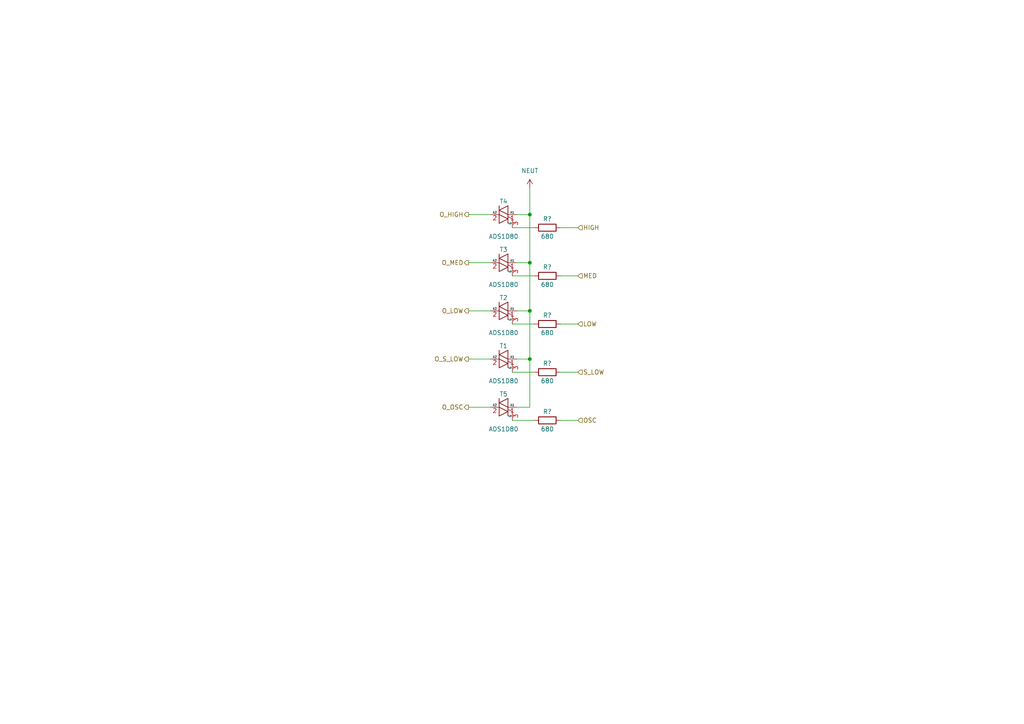
<source format=kicad_sch>
(kicad_sch (version 20211123) (generator eeschema)
  (paper "A4")
  (lib_symbols
    (symbol "Device:Q_TRIAC_A1A2G" (pin_names (offset 0))
      (property "Reference" "D" (at 3.175 0.635 0))
      (property "Value" "Q_TRIAC_A1A2G" (at 3.175 -1.27 0))
      (symbol "Q_TRIAC_A1A2G_0_1"
        (polyline (pts (xy -2.54 -1.27) (xy 2.54 -1.27)) (stroke (width 0.2032)))
        (polyline (pts (xy -2.54 1.27) (xy 2.54 1.27)) (stroke (width 0.2032)))
        (polyline (pts (xy -1.27 -2.54) (xy -0.635 -1.27)))
        (polyline (pts (xy -2.54 1.27) (xy -1.27 -1.27) (xy 0 1.27)) (stroke (width 0.2032)))
        (polyline (pts (xy 0 -1.27) (xy 1.27 1.27) (xy 2.54 -1.27)) (stroke (width 0.2032)))
      )
      (symbol "Q_TRIAC_A1A2G_1_1"
        (pin passive line (at 0 -3.81 90) (length 2.54) (name "A1") (number "1"))
        (pin passive line (at 0 3.81 270) (length 2.54) (name "A2") (number "2"))
        (pin input line (at -3.81 -2.54 0) (length 2.54) (name "G") (number "3"))
      )
    )
    (symbol "Device:R" (pin_numbers hide) (pin_names (offset 0))
      (property "Reference" "R" (at 2.032 0 90))
      (property "Value" "R" (at 0 0 90))
      (symbol "R_0_1"
        (rectangle (start -1.016 -2.54) (end 1.016 2.54) (stroke (width 0.254)))
      )
      (symbol "R_1_1"
        (pin passive line (at 0 3.81 270) (length 1.27) (name "~") (number "1"))
        (pin passive line (at 0 -3.81 90) (length 1.27) (name "~") (number "2"))
      )
    )
    (symbol "power:NEUT" (power) (pin_names (offset 0))
      (property "Value" "NEUT" (at 0 3.81 0))
      (symbol "NEUT_0_1"
        (polyline (pts (xy -0.762 1.27) (xy 0 2.54)))
        (polyline (pts (xy 0 0) (xy 0 2.54)))
        (polyline (pts (xy 0 2.54) (xy 0.762 1.27)))
      )
      (symbol "NEUT_1_1"
        (pin power_in line (at 0 0 90) (length 0) hide (name "NEUT") (number "1"))
      )
    )
  )
  (junction (at 153.67 104.14))
  (junction (at 153.67 62.23))
  (junction (at 153.67 90.17))
  (junction (at 153.67 76.2))
  (wire (pts (xy 148.59 121.92) (xy 154.94 121.92)))
  (wire (pts (xy 162.56 121.92) (xy 167.64 121.92)))
  (wire (pts (xy 135.89 76.2) (xy 142.24 76.2)))
  (wire (pts (xy 153.67 76.2) (xy 149.86 76.2)))
  (wire (pts (xy 135.89 104.14) (xy 142.24 104.14)))
  (wire (pts (xy 153.67 76.2) (xy 153.67 90.17)))
  (wire (pts (xy 162.56 93.98) (xy 167.64 93.98)))
  (wire (pts (xy 148.59 80.01) (xy 154.94 80.01)))
  (wire (pts (xy 153.67 90.17) (xy 153.67 104.14)))
  (wire (pts (xy 153.67 62.23) (xy 149.86 62.23)))
  (wire (pts (xy 135.89 118.11) (xy 142.24 118.11)))
  (wire (pts (xy 148.59 66.04) (xy 154.94 66.04)))
  (wire (pts (xy 153.67 104.14) (xy 149.86 104.14)))
  (wire (pts (xy 153.67 118.11) (xy 149.86 118.11)))
  (wire (pts (xy 148.59 107.95) (xy 154.94 107.95)))
  (wire (pts (xy 153.67 104.14) (xy 153.67 118.11)))
  (wire (pts (xy 153.67 54.61) (xy 153.67 62.23)))
  (wire (pts (xy 153.67 90.17) (xy 149.86 90.17)))
  (wire (pts (xy 162.56 107.95) (xy 167.64 107.95)))
  (wire (pts (xy 162.56 66.04) (xy 167.64 66.04)))
  (wire (pts (xy 162.56 80.01) (xy 167.64 80.01)))
  (wire (pts (xy 148.59 93.98) (xy 154.94 93.98)))
  (wire (pts (xy 153.67 62.23) (xy 153.67 76.2)))
  (wire (pts (xy 135.89 62.23) (xy 142.24 62.23)))
  (wire (pts (xy 135.89 90.17) (xy 142.24 90.17)))
  (hierarchical_label "HIGH" (shape input) (at 167.64 66.04 0))
  (hierarchical_label "O_S_LOW" (shape output) (at 135.89 104.14 180))
  (hierarchical_label "O_HIGH" (shape output) (at 135.89 62.23 180))
  (hierarchical_label "LOW" (shape input) (at 167.64 93.98 0))
  (hierarchical_label "MED" (shape input) (at 167.64 80.01 0))
  (hierarchical_label "O_OSC" (shape output) (at 135.89 118.11 180))
  (hierarchical_label "O_LOW" (shape output) (at 135.89 90.17 180))
  (hierarchical_label "S_LOW" (shape input) (at 167.64 107.95 0))
  (hierarchical_label "OSC" (shape input) (at 167.64 121.92 0))
  (hierarchical_label "O_MED" (shape output) (at 135.89 76.2 180))
  (symbol (lib_id "Device:R") (at 158.75 80.01 90) (unit 1)
    (property "Reference" "R?" (at 158.75 77.47 90))
    (property "Value" "680" (at 158.75 82.55 90))
  )
  (symbol (lib_id "Device:R") (at 158.75 66.04 90) (unit 1)
    (property "Reference" "R?" (at 158.75 63.5 90))
    (property "Value" "680" (at 158.75 68.58 90))
  )
  (symbol (lib_id "Device:Q_TRIAC_A1A2G") (at 146.05 76.2 90) (unit 1)
    (property "Reference" "T3" (at 146.05 72.39 90))
    (property "Value" "ADS1D80" (at 146.05 82.55 90))
  )
  (symbol (lib_id "Device:Q_TRIAC_A1A2G") (at 146.05 90.17 90) (unit 1)
    (property "Reference" "T2" (at 146.05 86.36 90))
    (property "Value" "ADS1D80" (at 146.05 96.52 90))
  )
  (symbol (lib_id "Device:R") (at 158.75 107.95 90) (unit 1)
    (property "Reference" "R?" (at 158.75 105.41 90))
    (property "Value" "680" (at 158.75 110.49 90))
  )
  (symbol (lib_id "Device:Q_TRIAC_A1A2G") (at 146.05 118.11 90) (unit 1)
    (property "Reference" "T5" (at 146.05 114.3 90))
    (property "Value" "ADS1D80" (at 146.05 124.46 90))
  )
  (symbol (lib_id "Device:R") (at 158.75 121.92 90) (unit 1)
    (property "Reference" "R?" (at 158.75 119.38 90))
    (property "Value" "680" (at 158.75 124.46 90))
  )
  (symbol (lib_id "Device:Q_TRIAC_A1A2G") (at 146.05 104.14 90) (unit 1)
    (property "Reference" "T1" (at 146.05 100.33 90))
    (property "Value" "ADS1D80" (at 146.05 110.49 90))
  )
  (symbol (lib_id "Device:R") (at 158.75 93.98 90) (unit 1)
    (property "Reference" "R?" (at 158.75 91.44 90))
    (property "Value" "680" (at 158.75 96.52 90))
  )
  (symbol (lib_id "power:NEUT") (at 153.67 54.61 0) (unit 1)
    (property "Reference" "#PWR?" (effects hide))
    (property "Value" "NEUT" (at 153.67 49.53 0))
  )
  (symbol (lib_id "Device:Q_TRIAC_A1A2G") (at 146.05 62.23 90) (unit 1)
    (property "Reference" "T4" (at 146.05 58.42 90))
    (property "Value" "ADS1D80" (at 146.05 68.58 90))
  )
)
</source>
